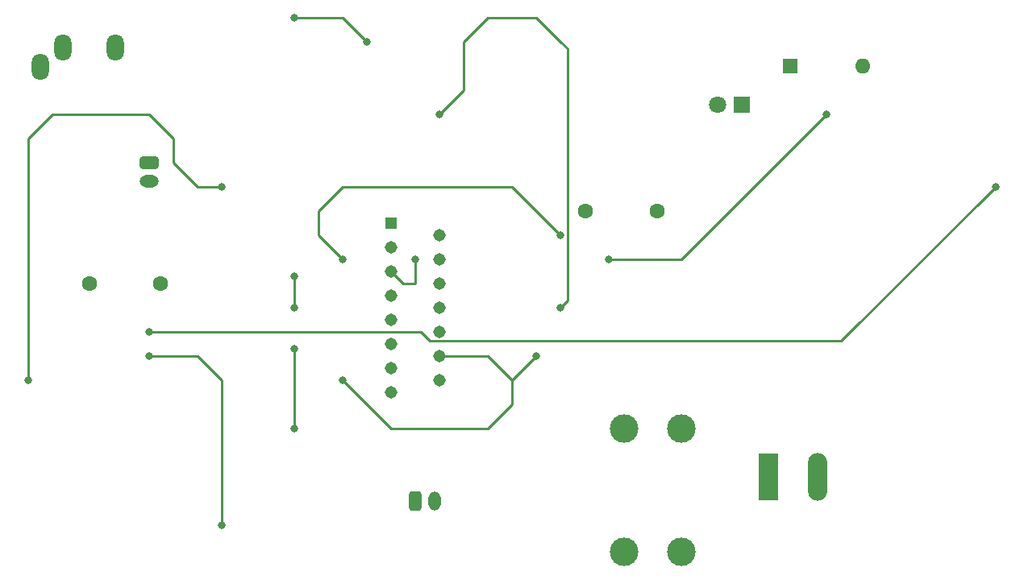
<source format=gbr>
%TF.GenerationSoftware,KiCad,Pcbnew,7.0.10*%
%TF.CreationDate,2024-05-14T18:08:24+03:00*%
%TF.ProjectId,Altamplifier,416c7461-6d70-46c6-9966-6965722e6b69,rev?*%
%TF.SameCoordinates,Original*%
%TF.FileFunction,Copper,L2,Bot*%
%TF.FilePolarity,Positive*%
%FSLAX46Y46*%
G04 Gerber Fmt 4.6, Leading zero omitted, Abs format (unit mm)*
G04 Created by KiCad (PCBNEW 7.0.10) date 2024-05-14 18:08:24*
%MOMM*%
%LPD*%
G01*
G04 APERTURE LIST*
G04 Aperture macros list*
%AMRoundRect*
0 Rectangle with rounded corners*
0 $1 Rounding radius*
0 $2 $3 $4 $5 $6 $7 $8 $9 X,Y pos of 4 corners*
0 Add a 4 corners polygon primitive as box body*
4,1,4,$2,$3,$4,$5,$6,$7,$8,$9,$2,$3,0*
0 Add four circle primitives for the rounded corners*
1,1,$1+$1,$2,$3*
1,1,$1+$1,$4,$5*
1,1,$1+$1,$6,$7*
1,1,$1+$1,$8,$9*
0 Add four rect primitives between the rounded corners*
20,1,$1+$1,$2,$3,$4,$5,0*
20,1,$1+$1,$4,$5,$6,$7,0*
20,1,$1+$1,$6,$7,$8,$9,0*
20,1,$1+$1,$8,$9,$2,$3,0*%
G04 Aperture macros list end*
%TA.AperFunction,ComponentPad*%
%ADD10C,1.600000*%
%TD*%
%TA.AperFunction,ComponentPad*%
%ADD11R,1.800000X1.800000*%
%TD*%
%TA.AperFunction,ComponentPad*%
%ADD12C,1.800000*%
%TD*%
%TA.AperFunction,ComponentPad*%
%ADD13RoundRect,0.250000X0.400000X-0.750000X0.400000X0.750000X-0.400000X0.750000X-0.400000X-0.750000X0*%
%TD*%
%TA.AperFunction,ComponentPad*%
%ADD14O,1.300000X2.000000*%
%TD*%
%TA.AperFunction,ComponentPad*%
%ADD15R,1.600000X1.600000*%
%TD*%
%TA.AperFunction,ComponentPad*%
%ADD16O,1.600000X1.600000*%
%TD*%
%TA.AperFunction,ComponentPad*%
%ADD17O,1.800000X2.800000*%
%TD*%
%TA.AperFunction,ComponentPad*%
%ADD18RoundRect,0.250000X-0.750000X-0.400000X0.750000X-0.400000X0.750000X0.400000X-0.750000X0.400000X0*%
%TD*%
%TA.AperFunction,ComponentPad*%
%ADD19O,2.000000X1.300000*%
%TD*%
%TA.AperFunction,ComponentPad*%
%ADD20R,2.020000X5.020000*%
%TD*%
%TA.AperFunction,ComponentPad*%
%ADD21O,2.020000X5.020000*%
%TD*%
%TA.AperFunction,ComponentPad*%
%ADD22R,1.308000X1.308000*%
%TD*%
%TA.AperFunction,ComponentPad*%
%ADD23C,1.308000*%
%TD*%
%TA.AperFunction,ComponentPad*%
%ADD24C,3.000000*%
%TD*%
%TA.AperFunction,ViaPad*%
%ADD25C,0.800000*%
%TD*%
%TA.AperFunction,Conductor*%
%ADD26C,0.250000*%
%TD*%
G04 APERTURE END LIST*
D10*
%TO.P,C5,2*%
%TO.N,GND*%
X142240000Y-50800000D03*
%TO.P,C5,1*%
%TO.N,key*%
X134740000Y-50800000D03*
%TD*%
D11*
%TO.P,D3,1,K*%
%TO.N,GND*%
X151110000Y-39660000D03*
D12*
%TO.P,D3,2,A*%
%TO.N,Net-(D3-A)*%
X148570000Y-39660000D03*
%TD*%
D13*
%TO.P,J2,1,Pin_1*%
%TO.N,Net-(AMP1-OUT3)*%
X116840000Y-81280000D03*
D14*
%TO.P,J2,2,Pin_2*%
%TO.N,Net-(AMP1-OUT4)*%
X118840000Y-81280000D03*
%TD*%
D15*
%TO.P,D2,1,K*%
%TO.N,GND*%
X156210000Y-35560000D03*
D16*
%TO.P,D2,2,A*%
%TO.N,key*%
X163830000Y-35560000D03*
%TD*%
D17*
%TO.P,J3,R*%
%TO.N,GND*%
X85380000Y-33660000D03*
%TO.P,J3,S*%
%TO.N,Net-(C1-Pad2)*%
X77480000Y-35660000D03*
%TO.P,J3,T*%
%TO.N,Net-(J3-PadT)*%
X79880000Y-33660000D03*
%TD*%
D18*
%TO.P,J1,1,Pin_1*%
%TO.N,Net-(AMP1-OUT1)*%
X88900000Y-45720000D03*
D19*
%TO.P,J1,2,Pin_2*%
%TO.N,Net-(AMP1-OUT2)*%
X88900000Y-47720000D03*
%TD*%
D10*
%TO.P,C1,1*%
%TO.N,Net-(AMP1-IN1)*%
X90110000Y-58420000D03*
%TO.P,C1,2*%
%TO.N,Net-(C1-Pad2)*%
X82610000Y-58420000D03*
%TD*%
D20*
%TO.P,J4,1*%
%TO.N,Net-(T1-AA)*%
X153930000Y-78740000D03*
D21*
%TO.P,J4,2*%
%TO.N,Net-(T1-AB)*%
X159110000Y-78740000D03*
%TD*%
D22*
%TO.P,AMP1,1,OUT1*%
%TO.N,Net-(AMP1-OUT1)*%
X114300000Y-52070000D03*
D23*
%TO.P,AMP1,2,OUT2*%
%TO.N,Net-(AMP1-OUT2)*%
X119380000Y-53340000D03*
%TO.P,AMP1,3,VCC1*%
%TO.N,key*%
X114300000Y-54610000D03*
%TO.P,AMP1,4,IN1*%
%TO.N,Net-(AMP1-IN1)*%
X119380000Y-55880000D03*
%TO.P,AMP1,5,IN2*%
X114300000Y-57150000D03*
%TO.P,AMP1,6,SVR*%
%TO.N,Net-(AMP1-SVR)*%
X119380000Y-58420000D03*
%TO.P,AMP1,7,STANDBY*%
%TO.N,Net-(AMP1-STANDBY)*%
X114300000Y-59690000D03*
%TO.P,AMP1,8,PWGND*%
%TO.N,GND*%
X119380000Y-60960000D03*
%TO.P,AMP1,9,SGND*%
X114300000Y-62230000D03*
%TO.P,AMP1,10,DIAGNOSTIC*%
%TO.N,unconnected-(AMP1-DIAGNOSTIC-Pad10)*%
X119380000Y-63500000D03*
%TO.P,AMP1,11,IN4*%
%TO.N,Net-(AMP1-IN3)*%
X114300000Y-64770000D03*
%TO.P,AMP1,12,IN3*%
X119380000Y-66040000D03*
%TO.P,AMP1,13,VCC2*%
%TO.N,key*%
X114300000Y-67310000D03*
%TO.P,AMP1,14,OUT4*%
%TO.N,Net-(AMP1-OUT4)*%
X119380000Y-68580000D03*
%TO.P,AMP1,15,OUT3*%
%TO.N,Net-(AMP1-OUT3)*%
X114300000Y-69850000D03*
%TD*%
D24*
%TO.P,T1,1,AA*%
%TO.N,Net-(T1-AA)*%
X144780000Y-86660000D03*
%TO.P,T1,2,AB*%
%TO.N,Net-(T1-AB)*%
X144780000Y-73660000D03*
%TO.P,T1,3,SA*%
%TO.N,Net-(D1--)*%
X138780000Y-86660000D03*
%TO.P,T1,4,SB*%
%TO.N,Net-(D1-+)*%
X138780000Y-73660000D03*
%TD*%
D25*
%TO.N,key*%
X104140000Y-65315000D03*
X104140000Y-73660000D03*
X104140000Y-60960000D03*
X104140000Y-57695000D03*
%TO.N,Net-(AMP1-IN3)*%
X129540000Y-66040000D03*
X132080000Y-60960000D03*
X119380000Y-40640000D03*
%TO.N,GND*%
X76200000Y-68580000D03*
X96520000Y-48260000D03*
%TO.N,Net-(C1-Pad2)*%
X111760000Y-33020000D03*
X104140000Y-30480000D03*
%TO.N,key*%
X132080000Y-53340000D03*
X109220000Y-55880000D03*
X137160000Y-55880000D03*
X160020000Y-40640000D03*
%TO.N,Net-(AMP1-IN3)*%
X109220000Y-68580000D03*
%TO.N,Net-(R1-Pad2)*%
X88900000Y-63500000D03*
X177800000Y-48260000D03*
%TO.N,Net-(AMP1-STANDBY)*%
X88900000Y-66040000D03*
X96520000Y-83820000D03*
%TO.N,Net-(AMP1-IN1)*%
X116840000Y-55880000D03*
%TD*%
D26*
%TO.N,key*%
X104140000Y-65315000D02*
X104140000Y-73660000D01*
X104140000Y-57695000D02*
X104140000Y-60960000D01*
%TO.N,Net-(AMP1-IN3)*%
X129540000Y-66040000D02*
X127000000Y-68580000D01*
X132805000Y-33745000D02*
X132805000Y-60235000D01*
X132805000Y-60235000D02*
X132080000Y-60960000D01*
X132080000Y-33020000D02*
X132805000Y-33745000D01*
X124460000Y-30480000D02*
X129540000Y-30480000D01*
X129540000Y-30480000D02*
X132080000Y-33020000D01*
X121920000Y-33020000D02*
X124460000Y-30480000D01*
X121920000Y-38100000D02*
X121920000Y-33020000D01*
X119380000Y-40640000D02*
X121920000Y-38100000D01*
%TO.N,GND*%
X76200000Y-66040000D02*
X76200000Y-68580000D01*
X76200000Y-43180000D02*
X76200000Y-66040000D01*
X78740000Y-40640000D02*
X76200000Y-43180000D01*
X88900000Y-40640000D02*
X78740000Y-40640000D01*
X93980000Y-48260000D02*
X91440000Y-45720000D01*
X91440000Y-45720000D02*
X91440000Y-43180000D01*
X91440000Y-43180000D02*
X88900000Y-40640000D01*
X96520000Y-48260000D02*
X93980000Y-48260000D01*
%TO.N,Net-(C1-Pad2)*%
X104140000Y-30480000D02*
X109220000Y-30480000D01*
X109220000Y-30480000D02*
X111760000Y-33020000D01*
%TO.N,key*%
X109220000Y-48260000D02*
X127000000Y-48260000D01*
X106680000Y-50800000D02*
X109220000Y-48260000D01*
X106680000Y-53340000D02*
X106680000Y-50800000D01*
X109220000Y-55880000D02*
X106680000Y-53340000D01*
X127000000Y-48260000D02*
X132080000Y-53340000D01*
X144780000Y-55880000D02*
X137160000Y-55880000D01*
X160020000Y-40640000D02*
X144780000Y-55880000D01*
%TO.N,Net-(AMP1-IN3)*%
X124460000Y-66040000D02*
X119380000Y-66040000D01*
X114300000Y-73660000D02*
X124460000Y-73660000D01*
X124460000Y-73660000D02*
X127000000Y-71120000D01*
X127000000Y-68580000D02*
X124460000Y-66040000D01*
X109220000Y-68580000D02*
X114300000Y-73660000D01*
X127000000Y-71120000D02*
X127000000Y-68580000D01*
%TO.N,Net-(R1-Pad2)*%
X161581000Y-64479000D02*
X118401000Y-64479000D01*
X177800000Y-48260000D02*
X161581000Y-64479000D01*
X117422000Y-63500000D02*
X88900000Y-63500000D01*
X118401000Y-64479000D02*
X117422000Y-63500000D01*
%TO.N,Net-(AMP1-STANDBY)*%
X93980000Y-66040000D02*
X88900000Y-66040000D01*
X96520000Y-68580000D02*
X93980000Y-66040000D01*
X96520000Y-83820000D02*
X96520000Y-68580000D01*
%TO.N,Net-(AMP1-IN1)*%
X116840000Y-58420000D02*
X115570000Y-58420000D01*
X116840000Y-55880000D02*
X116840000Y-58420000D01*
X115570000Y-58420000D02*
X114300000Y-57150000D01*
%TD*%
M02*

</source>
